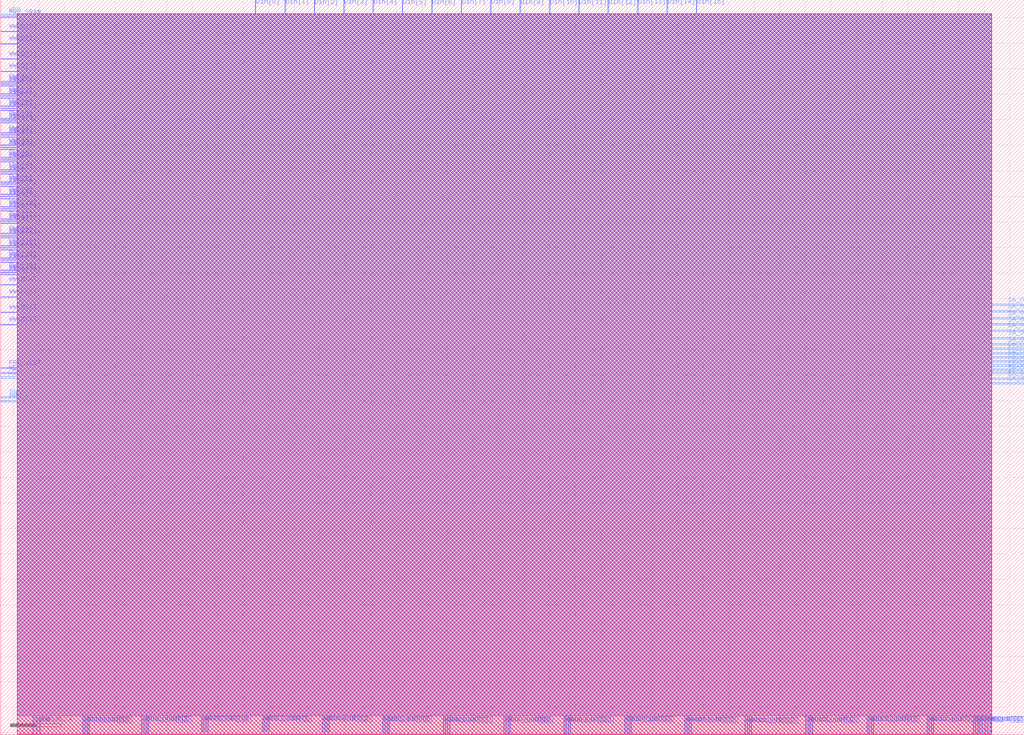
<source format=lef>
VERSION 5.7 ;
  NOWIREEXTENSIONATPIN ON ;
  DIVIDERCHAR "/" ;
  BUSBITCHARS "[]" ;
MACRO Integrated_bitcell_with_dummy_cells
  CLASS BLOCK ;
  FOREIGN Integrated_bitcell_with_dummy_cells ;
  ORIGIN 47.470 90.350 ;
  SIZE 200.240 BY 143.910 ;
  PIN PRE_SRAM
    PORT
      LAYER met1 ;
        RECT -47.440 50.000 -44.230 50.140 ;
    END
  END PRE_SRAM
  PIN RWL[0]
    PORT
      LAYER met1 ;
        RECT -47.440 37.410 -44.230 37.550 ;
    END
  END RWL[0]
  PIN WWL[0]
    PORT
      LAYER met1 ;
        RECT -47.440 37.010 -44.230 37.150 ;
    END
  END WWL[0]
  PIN RWLB[0]
    PORT
      LAYER met1 ;
        RECT -47.440 36.600 -44.230 36.740 ;
    END
  END RWLB[0]
  PIN RWL[1]
    PORT
      LAYER met1 ;
        RECT -47.440 35.000 -44.230 35.140 ;
    END
  END RWL[1]
  PIN WWL[1]
    PORT
      LAYER met1 ;
        RECT -47.440 34.600 -44.230 34.740 ;
    END
  END WWL[1]
  PIN RWLB[1]
    PORT
      LAYER met1 ;
        RECT -47.440 34.190 -44.230 34.330 ;
    END
  END RWLB[1]
  PIN RWL[2]
    PORT
      LAYER met1 ;
        RECT -47.440 32.590 -44.230 32.730 ;
    END
  END RWL[2]
  PIN WWL[2]
    PORT
      LAYER met1 ;
        RECT -47.440 32.190 -44.230 32.330 ;
    END
  END WWL[2]
  PIN RWLB[2]
    PORT
      LAYER met1 ;
        RECT -47.440 31.780 -44.230 31.920 ;
    END
  END RWLB[2]
  PIN RWL[3]
    PORT
      LAYER met1 ;
        RECT -47.440 30.180 -44.230 30.320 ;
    END
  END RWL[3]
  PIN WWL[3]
    PORT
      LAYER met1 ;
        RECT -47.440 29.780 -44.230 29.920 ;
    END
  END WWL[3]
  PIN RWLB[3]
    PORT
      LAYER met1 ;
        RECT -47.440 29.370 -44.230 29.510 ;
    END
  END RWLB[3]
  PIN RWL[4]
    PORT
      LAYER met1 ;
        RECT -47.440 27.370 -44.230 27.510 ;
    END
  END RWL[4]
  PIN WWL[4]
    PORT
      LAYER met1 ;
        RECT -47.440 26.970 -44.230 27.110 ;
    END
  END WWL[4]
  PIN RWLB[4]
    PORT
      LAYER met1 ;
        RECT -47.440 26.560 -44.230 26.700 ;
    END
  END RWLB[4]
  PIN RWL[5]
    PORT
      LAYER met1 ;
        RECT -47.440 24.960 -44.230 25.100 ;
    END
  END RWL[5]
  PIN WWL[5]
    PORT
      LAYER met1 ;
        RECT -47.440 24.560 -44.230 24.700 ;
    END
  END WWL[5]
  PIN RWLB[5]
    PORT
      LAYER met1 ;
        RECT -47.440 24.150 -44.230 24.290 ;
    END
  END RWLB[5]
  PIN RWL[6]
    PORT
      LAYER met1 ;
        RECT -47.440 22.550 -44.230 22.690 ;
    END
  END RWL[6]
  PIN WWL[6]
    PORT
      LAYER met1 ;
        RECT -47.440 22.150 -44.230 22.290 ;
    END
  END WWL[6]
  PIN RWLB[6]
    PORT
      LAYER met1 ;
        RECT -47.440 21.740 -44.230 21.880 ;
    END
  END RWLB[6]
  PIN RWL[7]
    PORT
      LAYER met1 ;
        RECT -47.440 20.140 -44.230 20.280 ;
    END
  END RWL[7]
  PIN WWL[7]
    PORT
      LAYER met1 ;
        RECT -47.440 19.740 -44.230 19.880 ;
    END
  END WWL[7]
  PIN RWLB[7]
    PORT
      LAYER met1 ;
        RECT -47.440 19.330 -44.230 19.470 ;
    END
  END RWLB[7]
  PIN RWL[8]
    PORT
      LAYER met1 ;
        RECT -47.440 17.730 -44.230 17.870 ;
    END
  END RWL[8]
  PIN WWL[8]
    PORT
      LAYER met1 ;
        RECT -47.440 17.330 -44.230 17.470 ;
    END
  END WWL[8]
  PIN RWLB[8]
    PORT
      LAYER met1 ;
        RECT -47.440 16.920 -44.230 17.060 ;
    END
  END RWLB[8]
  PIN RWL[9]
    PORT
      LAYER met1 ;
        RECT -47.440 15.320 -44.230 15.460 ;
    END
  END RWL[9]
  PIN WWL[9]
    PORT
      LAYER met1 ;
        RECT -47.440 14.920 -44.230 15.060 ;
    END
  END WWL[9]
  PIN RWLB[9]
    PORT
      LAYER met1 ;
        RECT -47.440 14.510 -44.230 14.650 ;
    END
  END RWLB[9]
  PIN RWL[10]
    PORT
      LAYER met1 ;
        RECT -47.440 12.910 -44.230 13.050 ;
    END
  END RWL[10]
  PIN WWL[10]
    PORT
      LAYER met1 ;
        RECT -47.440 12.510 -44.230 12.650 ;
    END
  END WWL[10]
  PIN RWLB[10]
    PORT
      LAYER met1 ;
        RECT -47.440 12.100 -44.230 12.240 ;
    END
  END RWLB[10]
  PIN RWL[11]
    PORT
      LAYER met1 ;
        RECT -47.440 10.500 -44.230 10.640 ;
    END
  END RWL[11]
  PIN WWL[11]
    PORT
      LAYER met1 ;
        RECT -47.440 10.100 -44.230 10.240 ;
    END
  END WWL[11]
  PIN RWLB[11]
    PORT
      LAYER met1 ;
        RECT -47.440 9.690 -44.230 9.830 ;
    END
  END RWLB[11]
  PIN RWL[12]
    PORT
      LAYER met1 ;
        RECT -47.440 7.680 -44.230 7.820 ;
    END
  END RWL[12]
  PIN WWL[12]
    PORT
      LAYER met1 ;
        RECT -47.440 7.280 -44.230 7.420 ;
    END
  END WWL[12]
  PIN RWLB[12]
    PORT
      LAYER met1 ;
        RECT -47.440 6.870 -44.230 7.010 ;
    END
  END RWLB[12]
  PIN RWL[13]
    PORT
      LAYER met1 ;
        RECT -47.440 5.270 -44.230 5.410 ;
    END
  END RWL[13]
  PIN WWL[13]
    PORT
      LAYER met1 ;
        RECT -47.440 4.870 -44.230 5.010 ;
    END
  END WWL[13]
  PIN RWLB[13]
    PORT
      LAYER met1 ;
        RECT -47.440 4.460 -44.230 4.600 ;
    END
  END RWLB[13]
  PIN RWL[14]
    PORT
      LAYER met1 ;
        RECT -47.440 2.860 -44.230 3.000 ;
    END
  END RWL[14]
  PIN WWL[14]
    PORT
      LAYER met1 ;
        RECT -47.440 2.460 -44.230 2.600 ;
    END
  END WWL[14]
  PIN RWLB[14]
    PORT
      LAYER met1 ;
        RECT -47.440 2.050 -44.230 2.190 ;
    END
  END RWLB[14]
  PIN RWL[15]
    PORT
      LAYER met1 ;
        RECT -47.440 0.450 -44.230 0.590 ;
    END
  END RWL[15]
  PIN WWL[15]
    PORT
      LAYER met1 ;
        RECT -47.440 0.050 -44.230 0.190 ;
    END
  END WWL[15]
  PIN RWLB[15]
    PORT
      LAYER met1 ;
        RECT -47.440 -0.360 -44.230 -0.220 ;
    END
  END RWLB[15]
  PIN PRE_VLSA
    PORT
      LAYER met1 ;
        RECT -47.440 -18.660 -44.230 -18.520 ;
    END
  END PRE_VLSA
  PIN WE
    PORT
      LAYER met1 ;
        RECT -47.440 -19.640 -44.230 -19.500 ;
    END
  END WE
  PIN PRE_CLSA
    PORT
      LAYER met2 ;
        RECT -39.820 -90.250 -39.680 -86.630 ;
    END
  END PRE_CLSA
  PIN VCLP
    PORT
      LAYER met2 ;
        RECT -40.480 -90.250 -40.340 -86.630 ;
    END
  END VCLP
  PIN SAEN
    PORT
      LAYER met2 ;
        RECT -41.140 -90.250 -41.000 -86.630 ;
    END
  END SAEN
  PIN ADC0_OUT[0]
    PORT
      LAYER met2 ;
        RECT -31.420 -90.170 -31.280 -86.630 ;
    END
  END ADC0_OUT[0]
  PIN ADC0_OUT[1]
    PORT
      LAYER met2 ;
        RECT -31.010 -90.170 -30.870 -86.630 ;
    END
  END ADC0_OUT[1]
  PIN ADC0_OUT[2]
    PORT
      LAYER met2 ;
        RECT -30.610 -90.170 -30.470 -86.630 ;
    END
  END ADC0_OUT[2]
  PIN ADC0_OUT[3]
    PORT
      LAYER met2 ;
        RECT -30.200 -90.170 -30.060 -86.630 ;
    END
  END ADC0_OUT[3]
  PIN ADC1_OUT[0]
    PORT
      LAYER met2 ;
        RECT -19.870 -90.090 -19.730 -86.630 ;
    END
  END ADC1_OUT[0]
  PIN ADC1_OUT[1]
    PORT
      LAYER met2 ;
        RECT -19.470 -90.090 -19.330 -86.630 ;
    END
  END ADC1_OUT[1]
  PIN ADC1_OUT[2]
    PORT
      LAYER met2 ;
        RECT -19.050 -90.090 -18.910 -86.630 ;
    END
  END ADC1_OUT[2]
  PIN ADC1_OUT[3]
    PORT
      LAYER met2 ;
        RECT -18.640 -90.090 -18.500 -86.630 ;
    END
  END ADC1_OUT[3]
  PIN ADC2_OUT[0]
    PORT
      LAYER met2 ;
        RECT -8.180 -89.860 -8.040 -86.630 ;
    END
  END ADC2_OUT[0]
  PIN ADC2_OUT[1]
    PORT
      LAYER met2 ;
        RECT -7.780 -89.860 -7.640 -86.630 ;
    END
  END ADC2_OUT[1]
  PIN ADC2_OUT[2]
    PORT
      LAYER met2 ;
        RECT -7.360 -89.860 -7.220 -86.630 ;
    END
  END ADC2_OUT[2]
  PIN ADC2_OUT[3]
    PORT
      LAYER met2 ;
        RECT -6.950 -89.860 -6.810 -86.630 ;
    END
  END ADC2_OUT[3]
  PIN ADC3_OUT[0]
    PORT
      LAYER met2 ;
        RECT 3.730 -89.780 3.870 -86.630 ;
    END
  END ADC3_OUT[0]
  PIN ADC3_OUT[1]
    PORT
      LAYER met2 ;
        RECT 4.130 -89.780 4.270 -86.630 ;
    END
  END ADC3_OUT[1]
  PIN ADC3_OUT[2]
    PORT
      LAYER met2 ;
        RECT 4.550 -89.780 4.690 -86.630 ;
    END
  END ADC3_OUT[2]
  PIN ADC3_OUT[3]
    PORT
      LAYER met2 ;
        RECT 4.960 -89.780 5.100 -86.630 ;
    END
  END ADC3_OUT[3]
  PIN ADC4_OUT[0]
    PORT
      LAYER met2 ;
        RECT 15.500 -89.950 15.640 -86.630 ;
    END
  END ADC4_OUT[0]
  PIN ADC4_OUT[1]
    PORT
      LAYER met2 ;
        RECT 15.900 -89.950 16.040 -86.630 ;
    END
  END ADC4_OUT[1]
  PIN ADC4_OUT[2]
    PORT
      LAYER met2 ;
        RECT 16.320 -89.950 16.460 -86.630 ;
    END
  END ADC4_OUT[2]
  PIN ADC4_OUT[3]
    PORT
      LAYER met2 ;
        RECT 16.730 -89.950 16.870 -86.630 ;
    END
  END ADC4_OUT[3]
  PIN ADC5_OUT[0]
    PORT
      LAYER met2 ;
        RECT 27.270 -90.070 27.410 -86.630 ;
    END
  END ADC5_OUT[0]
  PIN ADC5_OUT[1]
    PORT
      LAYER met2 ;
        RECT 27.670 -90.070 27.810 -86.630 ;
    END
  END ADC5_OUT[1]
  PIN ADC5_OUT[2]
    PORT
      LAYER met2 ;
        RECT 28.090 -90.070 28.230 -86.630 ;
    END
  END ADC5_OUT[2]
  PIN ADC5_OUT[3]
    PORT
      LAYER met2 ;
        RECT 28.500 -90.070 28.640 -86.630 ;
    END
  END ADC5_OUT[3]
  PIN ADC6_OUT[0]
    PORT
      LAYER met2 ;
        RECT 39.090 -90.180 39.230 -86.630 ;
    END
  END ADC6_OUT[0]
  PIN ADC6_OUT[1]
    PORT
      LAYER met2 ;
        RECT 39.490 -90.180 39.630 -86.630 ;
    END
  END ADC6_OUT[1]
  PIN ADC6_OUT[2]
    PORT
      LAYER met2 ;
        RECT 39.910 -90.180 40.050 -86.630 ;
    END
  END ADC6_OUT[2]
  PIN ADC6_OUT[3]
    PORT
      LAYER met2 ;
        RECT 40.320 -90.180 40.460 -86.630 ;
    END
  END ADC6_OUT[3]
  PIN ADC7_OUT[0]
    PORT
      LAYER met2 ;
        RECT 50.950 -90.260 51.090 -86.630 ;
    END
  END ADC7_OUT[0]
  PIN ADC7_OUT[1]
    PORT
      LAYER met2 ;
        RECT 51.350 -90.260 51.490 -86.630 ;
    END
  END ADC7_OUT[1]
  PIN ADC7_OUT[2]
    PORT
      LAYER met2 ;
        RECT 51.770 -90.260 51.910 -86.630 ;
    END
  END ADC7_OUT[2]
  PIN ADC7_OUT[3]
    PORT
      LAYER met2 ;
        RECT 52.180 -90.260 52.320 -86.630 ;
    END
  END ADC7_OUT[3]
  PIN ADC8_OUT[0]
    PORT
      LAYER met2 ;
        RECT 62.740 -90.230 62.880 -86.630 ;
    END
  END ADC8_OUT[0]
  PIN ADC8_OUT[1]
    PORT
      LAYER met2 ;
        RECT 63.140 -90.230 63.280 -86.630 ;
    END
  END ADC8_OUT[1]
  PIN ADC8_OUT[2]
    PORT
      LAYER met2 ;
        RECT 63.560 -90.230 63.700 -86.630 ;
    END
  END ADC8_OUT[2]
  PIN ADC8_OUT[3]
    PORT
      LAYER met2 ;
        RECT 63.970 -90.230 64.110 -86.630 ;
    END
  END ADC8_OUT[3]
  PIN ADC9_OUT[0]
    PORT
      LAYER met2 ;
        RECT 74.620 -90.120 74.760 -86.630 ;
    END
  END ADC9_OUT[0]
  PIN ADC9_OUT[1]
    PORT
      LAYER met2 ;
        RECT 75.020 -90.120 75.160 -86.630 ;
    END
  END ADC9_OUT[1]
  PIN ADC9_OUT[2]
    PORT
      LAYER met2 ;
        RECT 75.440 -90.120 75.580 -86.630 ;
    END
  END ADC9_OUT[2]
  PIN ADC9_OUT[3]
    PORT
      LAYER met2 ;
        RECT 75.850 -90.120 75.990 -86.630 ;
    END
  END ADC9_OUT[3]
  PIN ADC10_OUT[0]
    PORT
      LAYER met2 ;
        RECT 86.350 -90.270 86.490 -86.630 ;
    END
  END ADC10_OUT[0]
  PIN ADC10_OUT[1]
    PORT
      LAYER met2 ;
        RECT 86.750 -90.270 86.890 -86.630 ;
    END
  END ADC10_OUT[1]
  PIN ADC10_OUT[2]
    PORT
      LAYER met2 ;
        RECT 87.170 -90.270 87.310 -86.630 ;
    END
  END ADC10_OUT[2]
  PIN ADC10_OUT[3]
    PORT
      LAYER met2 ;
        RECT 87.580 -90.270 87.720 -86.630 ;
    END
  END ADC10_OUT[3]
  PIN ADC11_OUT[0]
    PORT
      LAYER met2 ;
        RECT 98.170 -90.350 98.310 -86.630 ;
    END
  END ADC11_OUT[0]
  PIN ADC11_OUT[1]
    PORT
      LAYER met2 ;
        RECT 98.570 -90.350 98.710 -86.630 ;
    END
  END ADC11_OUT[1]
  PIN ADC11_OUT[2]
    PORT
      LAYER met2 ;
        RECT 98.990 -90.350 99.130 -86.630 ;
    END
  END ADC11_OUT[2]
  PIN ADC11_OUT[3]
    PORT
      LAYER met2 ;
        RECT 99.400 -90.350 99.540 -86.630 ;
    END
  END ADC11_OUT[3]
  PIN ADC12_OUT[0]
    PORT
      LAYER met2 ;
        RECT 110.060 -90.170 110.200 -86.630 ;
    END
  END ADC12_OUT[0]
  PIN ADC12_OUT[1]
    PORT
      LAYER met2 ;
        RECT 110.460 -90.170 110.600 -86.630 ;
    END
  END ADC12_OUT[1]
  PIN ADC12_OUT[2]
    PORT
      LAYER met2 ;
        RECT 110.880 -90.170 111.020 -86.630 ;
    END
  END ADC12_OUT[2]
  PIN ADC12_OUT[3]
    PORT
      LAYER met2 ;
        RECT 111.290 -90.170 111.430 -86.630 ;
    END
  END ADC12_OUT[3]
  PIN ADC13_OUT[0]
    PORT
      LAYER met2 ;
        RECT 122.010 -90.130 122.150 -86.630 ;
    END
  END ADC13_OUT[0]
  PIN ADC13_OUT[1]
    PORT
      LAYER met2 ;
        RECT 122.410 -90.130 122.550 -86.630 ;
    END
  END ADC13_OUT[1]
  PIN ADC13_OUT[2]
    PORT
      LAYER met2 ;
        RECT 122.830 -90.130 122.970 -86.630 ;
    END
  END ADC13_OUT[2]
  PIN ADC13_OUT[3]
    PORT
      LAYER met2 ;
        RECT 123.240 -90.130 123.380 -86.630 ;
    END
  END ADC13_OUT[3]
  PIN ADC14_OUT[0]
    PORT
      LAYER met2 ;
        RECT 133.770 -90.070 133.910 -86.630 ;
    END
  END ADC14_OUT[0]
  PIN ADC14_OUT[1]
    PORT
      LAYER met2 ;
        RECT 134.170 -90.070 134.310 -86.630 ;
    END
  END ADC14_OUT[1]
  PIN ADC14_OUT[2]
    PORT
      LAYER met2 ;
        RECT 134.590 -90.070 134.730 -86.630 ;
    END
  END ADC14_OUT[2]
  PIN ADC14_OUT[3]
    PORT
      LAYER met2 ;
        RECT 135.000 -90.070 135.140 -86.630 ;
    END
  END ADC14_OUT[3]
  PIN ADC15_OUT[0]
    PORT
      LAYER met2 ;
        RECT 142.810 -90.110 142.950 -86.630 ;
    END
  END ADC15_OUT[0]
  PIN ADC15_OUT[1]
    PORT
      LAYER met2 ;
        RECT 143.210 -90.110 143.350 -86.630 ;
    END
  END ADC15_OUT[1]
  PIN ADC15_OUT[2]
    PORT
      LAYER met2 ;
        RECT 143.630 -90.110 143.770 -86.630 ;
    END
  END ADC15_OUT[2]
  PIN ADC15_OUT[3]
    PORT
      LAYER met2 ;
        RECT 144.040 -90.110 144.180 -86.630 ;
    END
  END ADC15_OUT[3]
  PIN Din[0]
    PORT
      LAYER met2 ;
        RECT 2.340 50.780 2.480 53.560 ;
    END
  END Din[0]
  PIN Din[1]
    PORT
      LAYER met2 ;
        RECT 8.150 50.780 8.290 53.450 ;
    END
  END Din[1]
  PIN Din[2]
    PORT
      LAYER met2 ;
        RECT 13.860 50.780 14.000 53.410 ;
    END
  END Din[2]
  PIN Din[3]
    PORT
      LAYER met2 ;
        RECT 19.640 50.780 19.780 53.420 ;
    END
  END Din[3]
  PIN Din[4]
    PORT
      LAYER met2 ;
        RECT 25.370 50.780 25.510 53.420 ;
    END
  END Din[4]
  PIN Din[5]
    PORT
      LAYER met2 ;
        RECT 31.100 50.780 31.240 53.400 ;
    END
  END Din[5]
  PIN Din[6]
    PORT
      LAYER met2 ;
        RECT 36.860 50.780 37.000 53.410 ;
    END
  END Din[6]
  PIN Din[7]
    PORT
      LAYER met2 ;
        RECT 42.640 50.780 42.780 53.420 ;
    END
  END Din[7]
  PIN Din[8]
    PORT
      LAYER met2 ;
        RECT 48.370 50.780 48.510 53.420 ;
    END
  END Din[8]
  PIN Din[9]
    PORT
      LAYER met2 ;
        RECT 54.120 50.780 54.260 53.400 ;
    END
  END Din[9]
  PIN Din[10]
    PORT
      LAYER met2 ;
        RECT 59.880 50.780 60.020 53.410 ;
    END
  END Din[10]
  PIN Din[11]
    PORT
      LAYER met2 ;
        RECT 65.610 50.780 65.750 53.410 ;
    END
  END Din[11]
  PIN Din[12]
    PORT
      LAYER met2 ;
        RECT 71.360 50.780 71.500 53.410 ;
    END
  END Din[12]
  PIN Din[13]
    PORT
      LAYER met2 ;
        RECT 77.110 50.780 77.250 53.420 ;
    END
  END Din[13]
  PIN Din[14]
    PORT
      LAYER met2 ;
        RECT 82.880 50.780 83.020 53.420 ;
    END
  END Din[14]
  PIN Din[15]
    PORT
      LAYER met2 ;
        RECT 88.630 50.780 88.770 53.420 ;
    END
  END Din[15]
  PIN WWLD[0]
    PORT
      LAYER met1 ;
        RECT -47.440 47.210 -44.230 47.350 ;
    END
  END WWLD[0]
  PIN WWLD[1]
    PORT
      LAYER met1 ;
        RECT -47.440 44.800 -44.230 44.940 ;
    END
  END WWLD[1]
  PIN WWLD[2]
    PORT
      LAYER met1 ;
        RECT -47.440 41.830 -44.230 41.970 ;
    END
  END WWLD[2]
  PIN WWLD[3]
    PORT
      LAYER met1 ;
        RECT -47.440 39.420 -44.230 39.560 ;
    END
  END WWLD[3]
  PIN WWLD[4]
    PORT
      LAYER met1 ;
        RECT -47.440 -2.360 -44.230 -2.220 ;
    END
  END WWLD[4]
  PIN WWLD[5]
    PORT
      LAYER met1 ;
        RECT -47.440 -4.770 -44.230 -4.630 ;
    END
  END WWLD[5]
  PIN WWLD[6]
    PORT
      LAYER met1 ;
        RECT -47.440 -7.770 -44.230 -7.630 ;
    END
  END WWLD[6]
  PIN WWLD[7]
    PORT
      LAYER met1 ;
        RECT -47.440 -10.180 -44.230 -10.040 ;
    END
  END WWLD[7]
  PIN SA_OUT[0]
    PORT
      LAYER met3 ;
        RECT 146.450 -6.370 152.770 -6.070 ;
    END
  END SA_OUT[0]
  PIN SA_OUT[1]
    PORT
      LAYER met3 ;
        RECT 146.450 -7.640 152.770 -7.340 ;
    END
  END SA_OUT[1]
  PIN SA_OUT[2]
    PORT
      LAYER met3 ;
        RECT 146.450 -9.010 152.770 -8.710 ;
    END
  END SA_OUT[2]
  PIN SA_OUT[3]
    PORT
      LAYER met3 ;
        RECT 146.450 -10.180 152.770 -9.880 ;
    END
  END SA_OUT[3]
  PIN SA_OUT[4]
    PORT
      LAYER met3 ;
        RECT 146.450 -11.430 152.770 -11.130 ;
    END
  END SA_OUT[4]
  PIN SA_OUT[5]
    PORT
      LAYER met3 ;
        RECT 146.450 -12.880 152.770 -12.580 ;
    END
  END SA_OUT[5]
  PIN SA_OUT[6]
    PORT
      LAYER met3 ;
        RECT 146.450 -14.100 152.770 -13.800 ;
    END
  END SA_OUT[6]
  PIN SA_OUT[7]
    PORT
      LAYER met3 ;
        RECT 146.450 -14.980 152.770 -14.680 ;
    END
  END SA_OUT[7]
  PIN SA_OUT[8]
    PORT
      LAYER met3 ;
        RECT 146.450 -15.810 152.770 -15.510 ;
    END
  END SA_OUT[8]
  PIN SA_OUT[9]
    PORT
      LAYER met3 ;
        RECT 146.450 -16.590 152.770 -16.290 ;
    END
  END SA_OUT[9]
  PIN SA_OUT[10]
    PORT
      LAYER met3 ;
        RECT 146.450 -17.450 152.770 -17.150 ;
    END
  END SA_OUT[10]
  PIN SA_OUT[11]
    PORT
      LAYER met3 ;
        RECT 146.450 -18.250 152.770 -17.950 ;
    END
  END SA_OUT[11]
  PIN SA_OUT[12]
    PORT
      LAYER met3 ;
        RECT 146.450 -19.050 152.770 -18.750 ;
    END
  END SA_OUT[12]
  PIN SA_OUT[13]
    PORT
      LAYER met3 ;
        RECT 146.450 -19.700 152.770 -19.400 ;
    END
  END SA_OUT[13]
  PIN SA_OUT[14]
    PORT
      LAYER met3 ;
        RECT 146.450 -20.840 152.770 -20.540 ;
    END
  END SA_OUT[14]
  PIN SA_OUT[15]
    PORT
      LAYER met3 ;
        RECT 146.450 -21.730 152.770 -21.430 ;
    END
  END SA_OUT[15]
  PIN EN
    PORT
      LAYER met3 ;
        RECT -47.370 -24.490 -44.240 -24.190 ;
    END
  END EN
  PIN PRE_A
    PORT
      LAYER met3 ;
        RECT -47.370 -25.250 -44.240 -24.950 ;
    END
  END PRE_A
  PIN VDD
    PORT
      LAYER met3 ;
        RECT -47.440 50.340 -44.240 50.640 ;
    END
  END VDD
  PIN VSS
    PORT
      LAYER met3 ;
        RECT -47.470 -20.600 -44.240 -20.300 ;
    END
    PORT
      LAYER met2 ;
        RECT 146.160 -90.100 146.330 -86.630 ;
    END
    PORT
      LAYER met2 ;
        RECT 145.610 -90.100 145.780 -86.630 ;
    END
    PORT
      LAYER met2 ;
        RECT 145.070 -90.100 145.240 -86.630 ;
    END
    PORT
      LAYER met2 ;
        RECT 144.510 -90.100 144.680 -86.630 ;
    END
  END VSS
  OBS
      LAYER li1 ;
        RECT -44.230 -86.630 146.450 50.780 ;
      LAYER met1 ;
        RECT -44.230 -86.630 146.450 50.780 ;
      LAYER met2 ;
        RECT -44.230 -86.630 146.450 50.780 ;
      LAYER met3 ;
        RECT -44.240 -90.270 146.450 50.780 ;
      LAYER met4 ;
        RECT -44.240 -90.270 146.450 50.780 ;
      LAYER met5 ;
        RECT -44.240 -90.270 146.450 50.780 ;
  END
END Integrated_bitcell_with_dummy_cells
END LIBRARY


</source>
